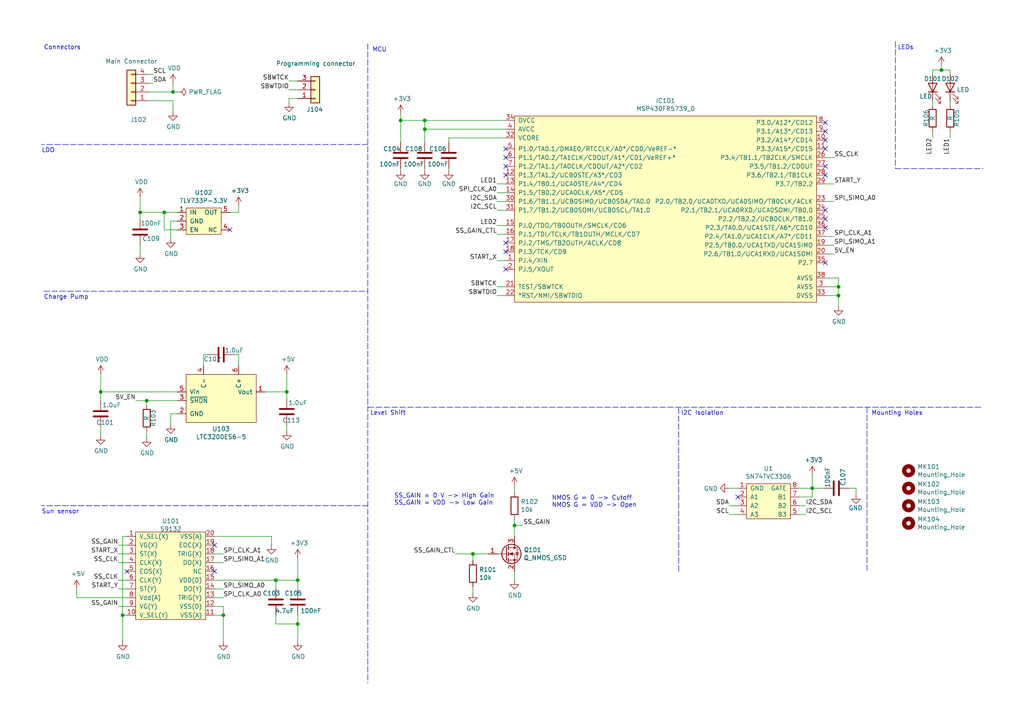
<source format=kicad_sch>
(kicad_sch (version 20231120) (generator "eeschema") (generator_version "8.0")
  (paper "A4")
  (title_block (title "Foresail-1 Digital Sun Sensor") (date "2019-04-25") (rev "1.0") (company "Aalto-yliopisto") (comment 1 "Bruce Clayhills"))
  (lib_symbols
    (symbol "Connector_Generic:Conn_01x03" (pin_names (offset 1.016) hide)
      (property "Reference" "J" (at 0 5.08 0))
      (property "Value" "Conn_01x03" (at 0 -5.08 0))
      (symbol "Conn_01x03_1_1"
        (rectangle (start -1.27 -2.413) (end 0 -2.667) (stroke (width 0.1524)))
        (rectangle (start -1.27 0.127) (end 0 -0.127) (stroke (width 0.1524)))
        (rectangle (start -1.27 2.667) (end 0 2.413) (stroke (width 0.1524)))
        (rectangle (start -1.27 3.81) (end 1.27 -3.81) (stroke (width 0.254)) (fill (type background)))
        (pin passive line (at -5.08 2.54 0) (length 3.81) (name "Pin_1") (number "1"))
        (pin passive line (at -5.08 0 0) (length 3.81) (name "Pin_2") (number "2"))
        (pin passive line (at -5.08 -2.54 0) (length 3.81) (name "Pin_3") (number "3"))
      )
    )
    (symbol "Connector_Generic:Conn_01x04" (pin_names (offset 1.016) hide)
      (property "Reference" "J" (at 0 5.08 0))
      (property "Value" "Conn_01x04" (at 0 -7.62 0))
      (symbol "Conn_01x04_1_1"
        (rectangle (start -1.27 -4.953) (end 0 -5.207) (stroke (width 0.1524)))
        (rectangle (start -1.27 -2.413) (end 0 -2.667) (stroke (width 0.1524)))
        (rectangle (start -1.27 0.127) (end 0 -0.127) (stroke (width 0.1524)))
        (rectangle (start -1.27 2.667) (end 0 2.413) (stroke (width 0.1524)))
        (rectangle (start -1.27 3.81) (end 1.27 -6.35) (stroke (width 0.254)) (fill (type background)))
        (pin passive line (at -5.08 2.54 0) (length 3.81) (name "Pin_1") (number "1"))
        (pin passive line (at -5.08 0 0) (length 3.81) (name "Pin_2") (number "2"))
        (pin passive line (at -5.08 -2.54 0) (length 3.81) (name "Pin_3") (number "3"))
        (pin passive line (at -5.08 -5.08 0) (length 3.81) (name "Pin_4") (number "4"))
      )
    )
    (symbol "Device:C" (pin_numbers hide) (pin_names (offset 0.254))
      (property "Reference" "C" (at 0.635 2.54 0))
      (property "Value" "C" (at 0.635 -2.54 0))
      (symbol "C_0_1"
        (polyline (pts (xy -2.032 -0.762) (xy 2.032 -0.762)) (stroke (width 0.508)))
        (polyline (pts (xy -2.032 0.762) (xy 2.032 0.762)) (stroke (width 0.508)))
      )
      (symbol "C_1_1"
        (pin passive line (at 0 3.81 270) (length 2.794) (name "~") (number "1"))
        (pin passive line (at 0 -3.81 90) (length 2.794) (name "~") (number "2"))
      )
    )
    (symbol "Device:LED" (pin_numbers hide) (pin_names (offset 1.016) hide)
      (property "Reference" "D" (at 0 2.54 0))
      (property "Value" "LED" (at 0 -2.54 0))
      (symbol "LED_0_1"
        (polyline (pts (xy -1.27 -1.27) (xy -1.27 1.27)) (stroke (width 0.254)))
        (polyline (pts (xy -1.27 0) (xy 1.27 0)))
        (polyline (pts (xy 1.27 -1.27) (xy 1.27 1.27) (xy -1.27 0) (xy 1.27 -1.27)) (stroke (width 0.254)))
        (polyline (pts (xy -3.048 -0.762) (xy -4.572 -2.286) (xy -3.81 -2.286) (xy -4.572 -2.286) (xy -4.572 -1.524)))
        (polyline (pts (xy -1.778 -0.762) (xy -3.302 -2.286) (xy -2.54 -2.286) (xy -3.302 -2.286) (xy -3.302 -1.524)))
      )
      (symbol "LED_1_1"
        (pin passive line (at -3.81 0 0) (length 2.54) (name "K") (number "1"))
        (pin passive line (at 3.81 0 180) (length 2.54) (name "A") (number "2"))
      )
    )
    (symbol "Device:Q_NMOS_GSD" (pin_names (offset 0) hide)
      (property "Reference" "Q" (at 5.08 1.27 0))
      (property "Value" "Q_NMOS_GSD" (at 5.08 -1.27 0))
      (symbol "Q_NMOS_GSD_0_1"
        (polyline (pts (xy 0.254 0) (xy -2.54 0)))
        (polyline (pts (xy 0.254 1.905) (xy 0.254 -1.905)) (stroke (width 0.254)))
        (polyline (pts (xy 0.762 -1.27) (xy 0.762 -2.286)) (stroke (width 0.254)))
        (polyline (pts (xy 0.762 0.508) (xy 0.762 -0.508)) (stroke (width 0.254)))
        (polyline (pts (xy 0.762 2.286) (xy 0.762 1.27)) (stroke (width 0.254)))
        (polyline (pts (xy 2.54 2.54) (xy 2.54 1.778)))
        (polyline (pts (xy 2.54 -2.54) (xy 2.54 0) (xy 0.762 0)))
        (polyline (pts (xy 0.762 -1.778) (xy 3.302 -1.778) (xy 3.302 1.778) (xy 0.762 1.778)))
        (polyline (pts (xy 1.016 0) (xy 2.032 0.381) (xy 2.032 -0.381) (xy 1.016 0)) (fill (type outline)))
        (polyline (pts (xy 2.794 0.508) (xy 2.921 0.381) (xy 3.683 0.381) (xy 3.81 0.254)))
        (polyline (pts (xy 3.302 0.381) (xy 2.921 -0.254) (xy 3.683 -0.254) (xy 3.302 0.381)))
        (circle (center 1.651 0) (radius 2.794) (stroke (width 0.254)))
        (circle (center 2.54 -1.778) (radius 0.254) (fill (type outline)))
        (circle (center 2.54 1.778) (radius 0.254) (fill (type outline)))
      )
      (symbol "Q_NMOS_GSD_1_1"
        (pin input line (at -5.08 0 0) (length 2.54) (name "G") (number "1"))
        (pin passive line (at 2.54 -5.08 90) (length 2.54) (name "S") (number "2"))
        (pin passive line (at 2.54 5.08 270) (length 2.54) (name "D") (number "3"))
      )
    )
    (symbol "Device:R" (pin_numbers hide) (pin_names (offset 0))
      (property "Reference" "R" (at 2.032 0 90))
      (property "Value" "R" (at 0 0 90))
      (symbol "R_0_1"
        (rectangle (start -1.016 -2.54) (end 1.016 2.54) (stroke (width 0.254)))
      )
      (symbol "R_1_1"
        (pin passive line (at 0 3.81 270) (length 1.27) (name "~") (number "1"))
        (pin passive line (at 0 -3.81 90) (length 1.27) (name "~") (number "2"))
      )
    )
    (symbol "Mechanical:MountingHole" (pin_names (offset 1.016)) (exclude_from_sim yes) (in_bom no)
      (property "Reference" "H" (at 0 5.08 0))
      (property "Value" "MountingHole" (at 0 3.175 0))
      (symbol "MountingHole_0_1"
        (circle (center 0 0) (radius 1.27) (stroke (width 1.27)))
      )
    )
    (symbol "S9132-dev-rescue:+3V3-power" (power) (pin_names (offset 0))
      (property "Value" "power_+3V3" (at 0 3.556 0))
      (symbol "+3V3-power_0_1"
        (polyline (pts (xy -0.762 1.27) (xy 0 2.54)))
        (polyline (pts (xy 0 0) (xy 0 2.54)))
        (polyline (pts (xy 0 2.54) (xy 0.762 1.27)))
      )
      (symbol "+3V3-power_1_1"
        (pin power_in line (at 0 0 90) (length 0) hide (name "+3V3") (number "1"))
      )
    )
    (symbol "S9132-dev-rescue:+5V-power" (power) (pin_names (offset 0))
      (property "Value" "power_+5V" (at 0 3.556 0))
      (symbol "+5V-power_0_1"
        (polyline (pts (xy -0.762 1.27) (xy 0 2.54)))
        (polyline (pts (xy 0 0) (xy 0 2.54)))
        (polyline (pts (xy 0 2.54) (xy 0.762 1.27)))
      )
      (symbol "+5V-power_1_1"
        (pin power_in line (at 0 0 90) (length 0) hide (name "+5V") (number "1"))
      )
    )
    (symbol "S9132-dev-rescue:GND-power" (power) (pin_names (offset 0))
      (property "Value" "power_GND" (at 0 -3.81 0))
      (symbol "GND-power_0_1"
        (polyline (pts (xy 0 0) (xy 0 -1.27) (xy 1.27 -1.27) (xy 0 -2.54) (xy -1.27 -1.27) (xy 0 -1.27)))
      )
      (symbol "GND-power_1_1"
        (pin power_in line (at 0 0 270) (length 0) hide (name "GND") (number "1"))
      )
    )
    (symbol "S9132-dev-rescue:LTC3200ES6-5-dss_lib" (pin_names (offset 1.016))
      (property "Reference" "U" (at 7.62 -11.43 0))
      (property "Value" "dss_lib_LTC3200ES6-5" (at 1.27 22.86 0))
      (symbol "LTC3200ES6-5-dss_lib_0_1"
        (rectangle (start -10.16 10.16) (end 10.16 -3.81) (fill (type background)))
      )
      (symbol "LTC3200ES6-5-dss_lib_1_1"
        (pin power_out line (at 12.7 5.08 180) (length 2.54) (name "Vout") (number "1"))
        (pin power_out line (at -12.7 -1.27 0) (length 2.54) (name "GND") (number "2"))
        (pin input line (at -12.7 2.54 0) (length 2.54) (name "~{SHDN}") (number "3"))
        (pin bidirectional line (at -5.08 12.7 270) (length 2.54) (name "C-") (number "4"))
        (pin power_in line (at -12.7 5.08 0) (length 2.54) (name "Vin") (number "5"))
        (pin bidirectional line (at 5.08 12.7 270) (length 2.54) (name "C+") (number "6"))
      )
    )
    (symbol "S9132-dev-rescue:MSP430FR5739_0-dss_lib" (pin_names (offset 1.016))
      (property "Reference" "IC" (at 43.18 -28.575 0))
      (property "Value" "dss_lib_MSP430FR5739_0" (at 0 27.94 0))
      (symbol "MSP430FR5739_0-dss_lib_0_1"
        (rectangle (start -43.815 26.67) (end 43.815 -27.305) (fill (type background)))
      )
      (symbol "MSP430FR5739_0-dss_lib_1_1"
        (pin bidirectional line (at -46.355 -15.24 0) (length 2.54) (name "PJ.4/XIN") (number "1"))
        (pin bidirectional line (at 46.355 19.685 180) (length 2.54) (name "P3.2/A14*/CD14") (number "10"))
        (pin bidirectional line (at 46.355 17.145 180) (length 2.54) (name "P3.3/A15*/CD15") (number "11"))
        (pin bidirectional line (at -46.355 9.525 0) (length 2.54) (name "P1.3/TA1.2/UCB0STE/A3*/CD3") (number "12"))
        (pin bidirectional line (at -46.355 6.985 0) (length 2.54) (name "P1.4/TB0.1/UCA0STE/A4*/CD4") (number "13"))
        (pin bidirectional line (at -46.355 4.445 0) (length 2.54) (name "P1.5/TB0.2/UCA0CLK/A5*/CD5") (number "14"))
        (pin bidirectional line (at -46.355 -5.08 0) (length 2.54) (name "PJ.0/TDO/TB0OUTH/SMCLK/CD6") (number "15"))
        (pin bidirectional line (at -46.355 -7.62 0) (length 2.54) (name "PJ.1/TDI/TCLK/TB1OUTH/MCLK/CD7") (number "16"))
        (pin bidirectional line (at -46.355 -10.16 0) (length 2.54) (name "PJ.2/TMS/TB2OUTH/ACLK/CD8") (number "17"))
        (pin bidirectional line (at -46.355 -12.7 0) (length 2.54) (name "PJ.3/TCK/CD9") (number "18"))
        (pin bidirectional line (at 46.355 -10.795 180) (length 2.54) (name "P2.5/TB0.0/UCA1TXD/UCA1SIMO") (number "19"))
        (pin bidirectional line (at -46.355 -17.78 0) (length 2.54) (name "PJ.5/XOUT") (number "2"))
        (pin bidirectional line (at 46.355 -13.335 180) (length 2.54) (name "P2.6/TB1.0/UCA1RXD/UCA1SOMI") (number "20"))
        (pin bidirectional line (at -46.355 -22.86 0) (length 2.54) (name "TEST/SBWTCK") (number "21"))
        (pin bidirectional line (at -46.355 -25.4 0) (length 2.54) (name "*RST/NMI/SBWTDIO") (number "22"))
        (pin bidirectional line (at 46.355 1.905 180) (length 2.54) (name "P2.0/TB2.0/UCA0TXD/UCA0SIMO/TB0CLK/ACLK") (number "23"))
        (pin bidirectional line (at 46.355 -0.635 180) (length 2.54) (name "P2.1/TB2.1/UCA0RXD/UCA0SOMI/TB0.0") (number "24"))
        (pin bidirectional line (at 46.355 -3.175 180) (length 2.54) (name "P2.2/TB2.2/UCB0CLK/TB1.0") (number "25"))
        (pin bidirectional line (at 46.355 14.605 180) (length 2.54) (name "P3.4/TB1.1/TB2CLK/SMCLK") (number "26"))
        (pin bidirectional line (at 46.355 12.065 180) (length 2.54) (name "P3.5/TB1.2/CDOUT") (number "27"))
        (pin bidirectional line (at 46.355 9.525 180) (length 2.54) (name "P3.6/TB2.1/TB1CLK") (number "28"))
        (pin bidirectional line (at 46.355 6.985 180) (length 2.54) (name "P3.7/TB2.2") (number "29"))
        (pin power_in line (at 46.355 -22.86 180) (length 2.54) (name "AVSS") (number "3"))
        (pin bidirectional line (at -46.355 1.905 0) (length 2.54) (name "P1.6/TB1.1/UCB0SIMO/UCB0SDA/TA0.0") (number "30"))
        (pin bidirectional line (at -46.355 -0.635 0) (length 2.54) (name "P1.7/TB1.2/UCB0SOMI/UCB0SCL/TA1.0") (number "31"))
        (pin power_out line (at -46.355 20.32 0) (length 2.54) (name "VCORE") (number "32"))
        (pin power_in line (at 46.355 -25.4 180) (length 2.54) (name "DVSS") (number "33"))
        (pin power_in line (at -46.355 25.4 0) (length 2.54) (name "DVCC") (number "34"))
        (pin bidirectional line (at 46.355 -15.875 180) (length 2.54) (name "P2.7") (number "35"))
        (pin bidirectional line (at 46.355 -5.715 180) (length 2.54) (name "P2.3/TA0.0/UCA1STE/A6*/CD10") (number "36"))
        (pin bidirectional line (at 46.355 -8.255 180) (length 2.54) (name "P2.4/TA1.0/UCA1CLK/A7*/CD11") (number "37"))
        (pin power_in line (at 46.355 -20.32 180) (length 2.54) (name "AVSS") (number "38"))
        (pin power_in line (at -46.355 22.86 0) (length 2.54) (name "AVCC") (number "4"))
        (pin bidirectional line (at -46.355 17.145 0) (length 2.54) (name "P1.0/TA0.1/DMAE0/RTCCLK/A0*/CD0/VeREF-*") (number "5"))
        (pin bidirectional line (at -46.355 14.605 0) (length 2.54) (name "P1.1/TA0.2/TA1CLK/CDOUT/A1*/CD1/VeREF+*") (number "6"))
        (pin bidirectional line (at -46.355 12.065 0) (length 2.54) (name "P1.2/TA1.1/TA0CLK/CDOUT/A2*/CD2") (number "7"))
        (pin bidirectional line (at 46.355 24.765 180) (length 2.54) (name "P3.0/A12*/CD12") (number "8"))
        (pin bidirectional line (at 46.355 22.225 180) (length 2.54) (name "P3.1/A13*/CD13") (number "9"))
      )
    )
    (symbol "S9132-dev-rescue:PWR_FLAG-power" (power) (pin_numbers hide) (pin_names (offset 0) hide)
      (property "Value" "power_PWR_FLAG" (at 0 3.81 0))
      (symbol "PWR_FLAG-power_0_0"
        (pin power_out line (at 0 0 90) (length 0) (name "pwr") (number "1"))
      )
      (symbol "PWR_FLAG-power_0_1"
        (polyline (pts (xy 0 0) (xy 0 1.27) (xy -1.016 1.905) (xy 0 2.54) (xy 1.016 1.905) (xy 0 1.27)))
      )
    )
    (symbol "S9132-dev-rescue:S9132-dss_lib" (pin_names (offset 1.016))
      (property "Reference" "U" (at 8.89 -13.97 0))
      (property "Value" "dss_lib_S9132" (at 0 13.97 0))
      (symbol "S9132-dss_lib_1_1"
        (rectangle (start -10.16 12.7) (end 10.16 -12.7) (fill (type background)))
        (pin input line (at -12.7 11.43 0) (length 2.54) (name "V_SEL(X)") (number "1"))
        (pin input line (at -12.7 -11.43 0) (length 2.54) (name "V_SEL(Y)") (number "10"))
        (pin input line (at 12.7 -11.43 180) (length 2.54) (name "VSS(A)") (number "11"))
        (pin input line (at 12.7 -8.89 180) (length 2.54) (name "VSS(D)") (number "12"))
        (pin input line (at 12.7 -6.35 180) (length 2.54) (name "TRIG(Y)") (number "13"))
        (pin input line (at 12.7 -3.81 180) (length 2.54) (name "DO(Y)") (number "14"))
        (pin input line (at 12.7 -1.27 180) (length 2.54) (name "VDD(D)") (number "15"))
        (pin input line (at 12.7 1.27 180) (length 2.54) (name "NC") (number "16"))
        (pin input line (at 12.7 3.81 180) (length 2.54) (name "DO(X)") (number "17"))
        (pin input line (at 12.7 6.35 180) (length 2.54) (name "TRIG(X)") (number "18"))
        (pin input line (at 12.7 8.89 180) (length 2.54) (name "EOC(X)") (number "19"))
        (pin input line (at -12.7 8.89 0) (length 2.54) (name "VG(X)") (number "2"))
        (pin input line (at 12.7 11.43 180) (length 2.54) (name "VSS(A)") (number "20"))
        (pin input line (at -12.7 6.35 0) (length 2.54) (name "ST(X)") (number "3"))
        (pin input line (at -12.7 3.81 0) (length 2.54) (name "CLK(X)") (number "4"))
        (pin input line (at -12.7 1.27 0) (length 2.54) (name "EOS(X)") (number "5"))
        (pin input line (at -12.7 -1.27 0) (length 2.54) (name "CLK(Y)") (number "6"))
        (pin input line (at -12.7 -3.81 0) (length 2.54) (name "ST(Y)") (number "7"))
        (pin input line (at -12.7 -6.35 0) (length 2.54) (name "Vdd(A)") (number "8"))
        (pin input line (at -12.7 -8.89 0) (length 2.54) (name "VG(Y)") (number "9"))
      )
    )
    (symbol "S9132-dev-rescue:SN74TVC3306-dss_lib" (pin_names (offset 1.016))
      (property "Reference" "U" (at 5.08 -3.81 0))
      (property "Value" "dss_lib_SN74TVC3306" (at 0 8.89 0))
      (symbol "SN74TVC3306-dss_lib_0_1"
        (rectangle (start -6.35 7.62) (end 6.35 -2.54) (fill (type background)))
      )
      (symbol "SN74TVC3306-dss_lib_1_1"
        (pin input line (at -8.89 6.35 0) (length 2.54) (name "GND") (number "1"))
        (pin input line (at -8.89 3.81 0) (length 2.54) (name "A1") (number "2"))
        (pin input line (at -8.89 1.27 0) (length 2.54) (name "A2") (number "3"))
        (pin input line (at -8.89 -1.27 0) (length 2.54) (name "A3") (number "4"))
        (pin input line (at 8.89 -1.27 180) (length 2.54) (name "B3") (number "5"))
        (pin input line (at 8.89 1.27 180) (length 2.54) (name "B2") (number "6"))
        (pin input line (at 8.89 3.81 180) (length 2.54) (name "B1") (number "7"))
        (pin input line (at 8.89 6.35 180) (length 2.54) (name "GATE") (number "8"))
      )
    )
    (symbol "S9132-dev-rescue:TLV33P-3.3V-dss_lib" (pin_names (offset 1.016))
      (property "Reference" "U" (at 5.08 -5.08 0))
      (property "Value" "dss_lib_TLV33P-3.3V" (at 0 5.08 0))
      (symbol "TLV33P-3.3V-dss_lib_0_1"
        (rectangle (start -5.08 3.81) (end 5.08 -3.81) (fill (type background)))
      )
      (symbol "TLV33P-3.3V-dss_lib_1_1"
        (pin power_in line (at -7.62 2.54 0) (length 2.54) (name "IN") (number "1"))
        (pin power_in line (at -7.62 0 0) (length 2.54) (name "GND") (number "2"))
        (pin input line (at -7.62 -2.54 0) (length 2.54) (name "EN") (number "3"))
        (pin input line (at 7.62 -2.54 180) (length 2.54) (name "NC") (number "4"))
        (pin power_out line (at 7.62 2.54 180) (length 2.54) (name "OUT") (number "5"))
      )
    )
    (symbol "S9132-dev-rescue:VDD-power" (power) (pin_names (offset 0))
      (property "Value" "power_VDD" (at 0 3.81 0))
      (symbol "VDD-power_0_1"
        (polyline (pts (xy -0.762 1.27) (xy 0 2.54)))
        (polyline (pts (xy 0 0) (xy 0 2.54)))
        (polyline (pts (xy 0 2.54) (xy 0.762 1.27)))
      )
      (symbol "VDD-power_1_1"
        (pin power_in line (at 0 0 90) (length 0) hide (name "VDD") (number "1"))
      )
    )
  )
  (junction (at 243.205 85.725))
  (junction (at 80.01 168.275))
  (junction (at 149.225 152.4))
  (junction (at 116.205 34.925))
  (junction (at 137.16 160.655))
  (junction (at 123.19 37.465))
  (junction (at 40.64 61.595))
  (junction (at 86.36 168.275))
  (junction (at 50.165 26.67))
  (junction (at 35.56 178.435))
  (junction (at 47.625 61.595))
  (junction (at 42.545 116.205))
  (junction (at 235.585 141.605))
  (junction (at 273.05 20.32))
  (junction (at 29.21 113.665))
  (junction (at 83.185 113.665))
  (junction (at 64.77 178.435))
  (junction (at 243.205 83.185))
  (junction (at 123.19 34.925))
  (junction (at 86.36 180.975))
  (no_connect (at 239.395 76.2))
  (no_connect (at 239.395 38.1))
  (no_connect (at 239.395 63.5))
  (no_connect (at 213.995 144.145))
  (no_connect (at 146.685 43.18))
  (no_connect (at 239.395 40.64))
  (no_connect (at 146.685 50.8))
  (no_connect (at 239.395 50.8))
  (no_connect (at 239.395 66.04))
  (no_connect (at 62.23 158.115))
  (no_connect (at 239.395 43.18))
  (no_connect (at 66.675 66.675))
  (no_connect (at 146.685 48.26))
  (no_connect (at 146.685 70.485))
  (no_connect (at 36.83 165.735))
  (no_connect (at 239.395 48.26))
  (no_connect (at 146.685 45.72))
  (no_connect (at 239.395 35.56))
  (no_connect (at 146.685 78.105))
  (no_connect (at 146.685 73.025))
  (no_connect (at 239.395 60.96))
  (no_connect (at 62.23 165.735))
  (wire (pts (xy 86.36 23.495) (xy 83.82 23.495)))
  (wire (pts (xy 149.225 165.735) (xy 149.225 168.275)))
  (wire (pts (xy 66.675 61.595) (xy 69.215 61.595)))
  (wire (pts (xy 76.835 113.665) (xy 83.185 113.665)))
  (polyline (pts (xy 106.68 146.685) (xy 12.065 146.685)) (stroke (width 0) (type dash)))
  (wire (pts (xy 239.395 45.72) (xy 241.935 45.72)))
  (wire (pts (xy 35.56 178.435) (xy 35.56 186.055)))
  (wire (pts (xy 275.59 29.21) (xy 275.59 30.48)))
  (wire (pts (xy 116.205 41.275) (xy 116.205 34.925)))
  (wire (pts (xy 69.215 106.045) (xy 69.215 102.87)))
  (wire (pts (xy 80.01 170.815) (xy 80.01 168.275)))
  (wire (pts (xy 62.23 175.895) (xy 64.77 175.895)))
  (wire (pts (xy 116.205 33.02) (xy 116.205 34.925)))
  (wire (pts (xy 243.205 85.725) (xy 243.205 88.9)))
  (wire (pts (xy 239.395 80.645) (xy 243.205 80.645)))
  (wire (pts (xy 239.395 83.185) (xy 243.205 83.185)))
  (polyline (pts (xy 251.46 118.11) (xy 251.46 165.735)) (stroke (width 0) (type dash)))
  (wire (pts (xy 22.225 173.355) (xy 22.225 170.815)))
  (wire (pts (xy 29.21 116.205) (xy 29.21 113.665)))
  (wire (pts (xy 270.51 38.1) (xy 270.51 40.005)))
  (wire (pts (xy 64.77 175.895) (xy 64.77 178.435)))
  (wire (pts (xy 130.175 40.005) (xy 146.685 40.005)))
  (wire (pts (xy 35.56 155.575) (xy 35.56 178.435)))
  (wire (pts (xy 246.38 141.605) (xy 248.285 141.605)))
  (wire (pts (xy 64.77 178.435) (xy 64.77 186.055)))
  (wire (pts (xy 239.395 53.34) (xy 241.935 53.34)))
  (wire (pts (xy 43.18 26.67) (xy 50.165 26.67)))
  (wire (pts (xy 146.685 55.88) (xy 144.145 55.88)))
  (wire (pts (xy 51.435 61.595) (xy 47.625 61.595)))
  (wire (pts (xy 62.23 168.275) (xy 80.01 168.275)))
  (wire (pts (xy 137.16 170.18) (xy 137.16 172.085)))
  (wire (pts (xy 86.36 28.575) (xy 83.82 28.575)))
  (wire (pts (xy 233.68 149.225) (xy 231.775 149.225)))
  (wire (pts (xy 40.64 73.66) (xy 40.64 71.12)))
  (wire (pts (xy 248.285 141.605) (xy 248.285 143.51)))
  (wire (pts (xy 130.175 48.895) (xy 130.175 49.53)))
  (wire (pts (xy 149.225 155.575) (xy 149.225 152.4)))
  (wire (pts (xy 270.51 29.21) (xy 270.51 30.48)))
  (wire (pts (xy 59.055 106.045) (xy 59.055 102.87)))
  (wire (pts (xy 146.685 85.725) (xy 144.145 85.725)))
  (wire (pts (xy 51.435 120.015) (xy 49.53 120.015)))
  (wire (pts (xy 64.77 160.655) (xy 62.23 160.655)))
  (wire (pts (xy 213.995 146.685) (xy 211.455 146.685)))
  (wire (pts (xy 62.23 178.435) (xy 64.77 178.435)))
  (wire (pts (xy 80.01 180.975) (xy 86.36 180.975)))
  (wire (pts (xy 116.205 48.895) (xy 116.205 49.53)))
  (wire (pts (xy 43.18 21.59) (xy 44.45 21.59)))
  (wire (pts (xy 235.585 144.145) (xy 235.585 141.605)))
  (wire (pts (xy 273.05 20.32) (xy 275.59 20.32)))
  (wire (pts (xy 116.205 34.925) (xy 123.19 34.925)))
  (wire (pts (xy 146.685 60.96) (xy 144.145 60.96)))
  (wire (pts (xy 43.18 29.21) (xy 50.165 29.21)))
  (polyline (pts (xy 284.48 118.11) (xy 106.68 118.11)) (stroke (width 0) (type dash)))
  (wire (pts (xy 149.225 140.97) (xy 149.225 142.875)))
  (wire (pts (xy 238.76 141.605) (xy 235.585 141.605)))
  (wire (pts (xy 80.01 178.435) (xy 80.01 180.975)))
  (wire (pts (xy 83.185 113.665) (xy 83.185 108.585)))
  (wire (pts (xy 239.395 85.725) (xy 243.205 85.725)))
  (wire (pts (xy 69.215 61.595) (xy 69.215 59.69)))
  (wire (pts (xy 146.685 58.42) (xy 144.145 58.42)))
  (wire (pts (xy 275.59 21.59) (xy 275.59 20.32)))
  (wire (pts (xy 34.29 170.815) (xy 36.83 170.815)))
  (wire (pts (xy 43.18 24.13) (xy 44.45 24.13)))
  (wire (pts (xy 29.21 113.665) (xy 29.21 108.585)))
  (polyline (pts (xy 106.68 12.7) (xy 106.68 198.12)) (stroke (width 0) (type dash)))
  (wire (pts (xy 51.435 26.67) (xy 50.165 26.67)))
  (wire (pts (xy 40.64 61.595) (xy 40.64 57.15)))
  (wire (pts (xy 42.545 116.205) (xy 39.37 116.205)))
  (wire (pts (xy 83.82 28.575) (xy 83.82 29.845)))
  (wire (pts (xy 149.225 152.4) (xy 149.225 150.495)))
  (wire (pts (xy 270.51 20.32) (xy 273.05 20.32)))
  (wire (pts (xy 123.19 37.465) (xy 123.19 34.925)))
  (wire (pts (xy 42.545 116.205) (xy 51.435 116.205)))
  (wire (pts (xy 50.165 26.67) (xy 50.165 24.13)))
  (wire (pts (xy 235.585 141.605) (xy 235.585 137.795)))
  (wire (pts (xy 29.21 123.825) (xy 29.21 126.365)))
  (wire (pts (xy 47.625 66.675) (xy 47.625 61.595)))
  (wire (pts (xy 59.055 102.87) (xy 60.325 102.87)))
  (wire (pts (xy 273.05 20.32) (xy 273.05 19.05)))
  (wire (pts (xy 50.165 29.21) (xy 50.165 32.385)))
  (wire (pts (xy 239.395 71.12) (xy 241.935 71.12)))
  (wire (pts (xy 62.23 170.815) (xy 64.77 170.815)))
  (wire (pts (xy 86.36 168.275) (xy 86.36 161.925)))
  (wire (pts (xy 49.53 64.135) (xy 49.53 69.215)))
  (wire (pts (xy 144.145 67.945) (xy 146.685 67.945)))
  (wire (pts (xy 149.225 152.4) (xy 151.765 152.4)))
  (wire (pts (xy 130.175 41.275) (xy 130.175 40.005)))
  (wire (pts (xy 213.995 149.225) (xy 211.455 149.225)))
  (wire (pts (xy 36.83 160.655) (xy 34.29 160.655)))
  (wire (pts (xy 36.83 175.895) (xy 34.29 175.895)))
  (wire (pts (xy 146.685 83.185) (xy 144.145 83.185)))
  (wire (pts (xy 123.19 34.925) (xy 146.685 34.925)))
  (wire (pts (xy 80.01 168.275) (xy 86.36 168.275)))
  (wire (pts (xy 22.225 173.355) (xy 36.83 173.355)))
  (wire (pts (xy 78.74 155.575) (xy 78.74 158.115)))
  (wire (pts (xy 239.395 68.58) (xy 241.935 68.58)))
  (wire (pts (xy 275.59 40.005) (xy 275.59 38.1)))
  (wire (pts (xy 270.51 20.32) (xy 270.51 21.59)))
  (wire (pts (xy 144.145 65.405) (xy 146.685 65.405)))
  (polyline (pts (xy 259.715 48.895) (xy 285.115 48.895)) (stroke (width 0) (type dash)))
  (wire (pts (xy 62.23 163.195) (xy 64.77 163.195)))
  (wire (pts (xy 123.19 48.895) (xy 123.19 49.53)))
  (wire (pts (xy 47.625 61.595) (xy 40.64 61.595)))
  (wire (pts (xy 64.77 173.355) (xy 62.23 173.355)))
  (wire (pts (xy 36.83 158.115) (xy 34.29 158.115)))
  (wire (pts (xy 69.215 102.87) (xy 67.945 102.87)))
  (wire (pts (xy 51.435 64.135) (xy 49.53 64.135)))
  (wire (pts (xy 146.685 75.565) (xy 144.145 75.565)))
  (wire (pts (xy 86.36 180.975) (xy 86.36 178.435)))
  (polyline (pts (xy 196.85 165.735) (xy 196.85 118.11)) (stroke (width 0) (type dash)))
  (wire (pts (xy 51.435 66.675) (xy 47.625 66.675)))
  (polyline (pts (xy 259.715 12.065) (xy 259.715 48.895)) (stroke (width 0) (type dash)))
  (polyline (pts (xy 12.7 84.455) (xy 106.68 84.455)) (stroke (width 0) (type dash)))
  (wire (pts (xy 62.23 155.575) (xy 78.74 155.575)))
  (wire (pts (xy 49.53 120.015) (xy 49.53 123.19)))
  (wire (pts (xy 36.83 178.435) (xy 35.56 178.435)))
  (wire (pts (xy 146.685 53.34) (xy 144.145 53.34)))
  (wire (pts (xy 132.08 160.655) (xy 137.16 160.655)))
  (wire (pts (xy 35.56 155.575) (xy 36.83 155.575)))
  (wire (pts (xy 243.205 80.645) (xy 243.205 83.185)))
  (wire (pts (xy 213.995 141.605) (xy 211.455 141.605)))
  (wire (pts (xy 42.545 117.475) (xy 42.545 116.205)))
  (wire (pts (xy 86.36 180.975) (xy 86.36 186.055)))
  (wire (pts (xy 86.36 26.035) (xy 83.82 26.035)))
  (wire (pts (xy 146.685 37.465) (xy 123.19 37.465)))
  (wire (pts (xy 137.16 160.655) (xy 141.605 160.655)))
  (wire (pts (xy 42.545 125.095) (xy 42.545 127)))
  (wire (pts (xy 239.395 73.66) (xy 241.935 73.66)))
  (wire (pts (xy 233.68 146.685) (xy 231.775 146.685)))
  (wire (pts (xy 239.395 58.42) (xy 241.935 58.42)))
  (polyline (pts (xy 106.68 41.91) (xy 12.065 41.91)) (stroke (width 0) (type dash)))
  (wire (pts (xy 231.775 141.605) (xy 235.585 141.605)))
  (wire (pts (xy 83.185 115.57) (xy 83.185 113.665)))
  (wire (pts (xy 51.435 113.665) (xy 29.21 113.665)))
  (wire (pts (xy 137.16 162.56) (xy 137.16 160.655)))
  (wire (pts (xy 243.205 83.185) (xy 243.205 85.725)))
  (wire (pts (xy 86.36 170.815) (xy 86.36 168.275)))
  (wire (pts (xy 40.64 63.5) (xy 40.64 61.595)))
  (wire (pts (xy 231.775 144.145) (xy 235.585 144.145)))
  (wire (pts (xy 36.83 163.195) (xy 34.29 163.195)))
  (wire (pts (xy 123.19 37.465) (xy 123.19 41.275)))
  (wire (pts (xy 83.185 123.19) (xy 83.185 125.095)))
  (wire (pts (xy 36.83 168.275) (xy 34.29 168.275)))
  (text "LDO" (at 12.065 44.45 0) (effects (font (size 1.27 1.27)) (justify left bottom)))
  (text "Mounting Holes" (at 252.73 120.65 0) (effects (font (size 1.27 1.27)) (justify left bottom)))
  (text "SS_GAIN = 0 V -> High Gain\nSS_GAIN = VDD -> Low Gain" (at 114.3 146.685 0) (effects (font (size 1.27 1.27)) (justify left bottom)))
  (text "Charge Pump" (at 12.7 86.995 0) (effects (font (size 1.27 1.27)) (justify left bottom)))
  (text "Sun sensor" (at 12.065 149.225 0) (effects (font (size 1.27 1.27)) (justify left bottom)))
  (text "NMOS G = 0 -> Cutoff\nNMOS G = VDD -> Open" (at 160.02 147.32 0) (effects (font (size 1.27 1.27)) (justify left bottom)))
  (text "Connectors" (at 12.7 14.605 0) (effects (font (size 1.27 1.27)) (justify left bottom)))
  (text "Level Shift" (at 107.315 120.65 0) (effects (font (size 1.27 1.27)) (justify left bottom)))
  (text "LEDs" (at 260.35 14.605 0) (effects (font (size 1.27 1.27)) (justify left bottom)))
  (text "MCU" (at 107.95 15.24 0) (effects (font (size 1.27 1.27)) (justify left bottom)))
  (text "I2C Isolation" (at 197.485 120.65 0) (effects (font (size 1.27 1.27)) (justify left bottom)))
  (label "START_X" (at 144.145 75.565 180))
  (label "SPI_CLK_A0" (at 144.145 55.88 180))
  (label "SS_GAIN_CTL" (at 132.08 160.655 180))
  (label "SS_CLK" (at 34.29 163.195 180))
  (label "I2C_SCL" (at 233.68 149.225 0))
  (label "SPI_CLK_A1" (at 241.935 68.58 0))
  (label "SPI_CLK_A0" (at 64.77 173.355 0))
  (label "SS_GAIN" (at 34.29 175.895 180))
  (label "SCL" (at 211.455 149.225 180))
  (label "SBWTCK" (at 83.82 23.495 180))
  (label "I2C_SDA" (at 144.145 58.42 180))
  (label "SPI_SIMO_A1" (at 64.77 163.195 0))
  (label "SDA" (at 211.455 146.685 180))
  (label "SPI_SIMO_A0" (at 241.935 58.42 0))
  (label "SBWTCK" (at 144.145 83.185 180))
  (label "SS_CLK" (at 34.29 168.275 180))
  (label "LED1" (at 144.145 53.34 180))
  (label "START_Y" (at 241.935 53.34 0))
  (label "SS_CLK" (at 241.935 45.72 0))
  (label "LED1" (at 275.59 40.005 270))
  (label "LED2" (at 270.51 40.005 270))
  (label "I2C_SCL" (at 144.145 60.96 180))
  (label "SPI_SIMO_A1" (at 241.935 71.12 0))
  (label "5V_EN" (at 39.37 116.205 180))
  (label "SCL" (at 44.45 21.59 0))
  (label "SDA" (at 44.45 24.13 0))
  (label "I2C_SDA" (at 233.68 146.685 0))
  (label "5V_EN" (at 241.935 73.66 0))
  (label "SS_GAIN" (at 34.29 158.115 180))
  (label "SPI_SIMO_A0" (at 64.77 170.815 0))
  (label "SBWTDIO" (at 83.82 26.035 180))
  (label "LED2" (at 144.145 65.405 180))
  (label "SBWTDIO" (at 144.145 85.725 180))
  (label "SS_GAIN_CTL" (at 144.145 67.945 180))
  (label "SPI_CLK_A1" (at 64.77 160.655 0))
  (label "START_Y" (at 34.29 170.815 180))
  (label "SS_GAIN" (at 151.765 152.4 0))
  (label "START_X" (at 34.29 160.655 180))
  (symbol (lib_id "S9132-dev-rescue:S9132-dss_lib") (at 49.53 167.005 0) (unit 1)
    (property "Reference" "U101" (at 49.53 151.13 0))
    (property "Value" "S9132" (at 49.53 153.4414 0))
    (property "Footprint" "sunsen:S9132" (effects (hide yes)))
    (property "Datasheet" "https://www.hamamatsu.com/resources/pdf/ssd/s9132_kmpd1075e.pdf" (effects (hide yes)))
  )
  (symbol (lib_id "Connector_Generic:Conn_01x03") (at 91.44 26.035 0) (mirror x) (unit 1)
    (property "Reference" "J104" (at 88.9 31.75 0) (effects (justify left)))
    (property "Value" "Programming connector" (at 80.01 18.415 0) (effects (justify left)))
    (property "Footprint" "Connector_PinHeader_1.27mm:PinHeader_1x03_P1.27mm_Horizontal" (effects (hide yes)))
  )
  (symbol (lib_id "Device:LED") (at 275.59 25.4 90) (unit 1)
    (property "Reference" "D102" (at 273.05 22.86 90) (effects (justify right)))
    (property "Value" "LED" (at 277.495 26.035 90) (effects (justify right)))
    (property "Footprint" "LED_SMD:LED_0603_1608Metric" (effects (hide yes)))
  )
  (symbol (lib_id "S9132-dev-rescue:+3V3-power") (at 273.05 19.05 0) (unit 1)
    (property "Reference" "#PWR0120" (effects (hide yes)))
    (property "Value" "+3V3" (at 273.431 14.6558 0))
  )
  (symbol (lib_id "Device:R") (at 275.59 34.29 180) (unit 1)
    (property "Reference" "R105" (at 277.495 34.29 90))
    (property "Value" "R" (at 275.59 34.29 90))
    (property "Footprint" "Resistor_SMD:R_0402_1005Metric" (effects (hide yes)))
  )
  (symbol (lib_id "Device:C") (at 123.19 45.085 180) (unit 1)
    (property "Reference" "C108" (at 120.015 43.18 0))
    (property "Value" "100nF" (at 120.015 47.625 0))
    (property "Footprint" "Capacitor_SMD:C_0402_1005Metric" (effects (hide yes)))
  )
  (symbol (lib_id "S9132-dev-rescue:GND-power") (at 123.19 49.53 0) (unit 1)
    (property "Reference" "#PWR0119" (effects (hide yes)))
    (property "Value" "GND" (at 123.19 53.34 0))
  )
  (symbol (lib_id "Device:R") (at 270.51 34.29 0) (unit 1)
    (property "Reference" "R106" (at 268.605 34.29 90))
    (property "Value" "R" (at 270.51 34.29 90))
    (property "Footprint" "Resistor_SMD:R_0402_1005Metric" (effects (hide yes)))
  )
  (symbol (lib_id "S9132-dev-rescue:+5V-power") (at 22.225 170.815 0) (unit 1)
    (property "Reference" "#PWR0102" (effects (hide yes)))
    (property "Value" "+5V" (at 22.606 166.4208 0))
  )
  (symbol (lib_id "Device:LED") (at 270.51 25.4 90) (unit 1)
    (property "Reference" "D101" (at 267.97 22.86 90) (effects (justify right)))
    (property "Value" "LED" (at 266.7 27.94 90) (effects (justify right)))
    (property "Footprint" "LED_SMD:LED_0603_1608Metric" (effects (hide yes)))
  )
  (symbol (lib_id "S9132-dev-rescue:GND-power") (at 78.74 158.115 0) (unit 1)
    (property "Reference" "#PWR0114" (effects (hide yes)))
    (property "Value" "GND" (at 78.867 162.5092 0))
  )
  (symbol (lib_id "Mechanical:MountingHole") (at 263.525 136.525 0) (unit 1)
    (property "Reference" "MK101" (at 266.065 135.3566 0) (effects (justify left)))
    (property "Value" "Mounting_Hole" (at 266.065 137.668 0) (effects (justify left)))
    (property "Footprint" "MountingHole:MountingHole_2.2mm_M2" (effects (hide yes)))
  )
  (symbol (lib_id "Mechanical:MountingHole") (at 263.525 141.605 0) (unit 1)
    (property "Reference" "MK102" (at 266.065 140.4366 0) (effects (justify left)))
    (property "Value" "Mounting_Hole" (at 266.065 142.748 0) (effects (justify left)))
    (property "Footprint" "MountingHole:MountingHole_2.2mm_M2" (effects (hide yes)))
  )
  (symbol (lib_id "Mechanical:MountingHole") (at 263.525 146.685 0) (unit 1)
    (property "Reference" "MK103" (at 266.065 145.5166 0) (effects (justify left)))
    (property "Value" "Mounting_Hole" (at 266.065 147.828 0) (effects (justify left)))
    (property "Footprint" "MountingHole:MountingHole_2.2mm_M2" (effects (hide yes)))
  )
  (symbol (lib_id "Mechanical:MountingHole") (at 263.525 151.765 0) (unit 1)
    (property "Reference" "MK104" (at 266.065 150.5966 0) (effects (justify left)))
    (property "Value" "Mounting_Hole" (at 266.065 152.908 0) (effects (justify left)))
    (property "Footprint" "MountingHole:MountingHole_2.2mm_M2" (effects (hide yes)))
  )
  (symbol (lib_id "Device:C") (at 80.01 174.625 180) (unit 1)
    (property "Reference" "C103" (at 78.74 172.085 0))
    (property "Value" "4.7uF" (at 82.55 177.165 0))
    (property "Footprint" "Capacitor_SMD:C_0603_1608Metric" (effects (hide yes)))
  )
  (symbol (lib_id "Device:C") (at 86.36 174.625 180) (unit 1)
    (property "Reference" "C105" (at 85.09 172.085 0))
    (property "Value" "100nF" (at 90.17 177.165 0))
    (property "Footprint" "Capacitor_SMD:C_0402_1005Metric" (effects (hide yes)))
  )
  (symbol (lib_id "S9132-dev-rescue:GND-power") (at 86.36 186.055 0) (unit 1)
    (property "Reference" "#PWR0118" (effects (hide yes)))
    (property "Value" "GND" (at 86.487 190.4492 0))
  )
  (symbol (lib_id "S9132-dev-rescue:+3V3-power") (at 86.36 161.925 0) (unit 1)
    (property "Reference" "#PWR0117" (effects (hide yes)))
    (property "Value" "+3V3" (at 86.741 157.5308 0))
  )
  (symbol (lib_id "S9132-dev-rescue:GND-power") (at 64.77 186.055 0) (unit 1)
    (property "Reference" "#PWR0113" (effects (hide yes)))
    (property "Value" "GND" (at 64.897 190.4492 0))
  )
  (symbol (lib_id "S9132-dev-rescue:+5V-power") (at 83.185 108.585 0) (unit 1)
    (property "Reference" "#PWR0107" (effects (hide yes)))
    (property "Value" "+5V" (at 83.566 104.1908 0))
  )
  (symbol (lib_id "S9132-dev-rescue:+3V3-power") (at 69.215 59.69 0) (unit 1)
    (property "Reference" "#PWR0111" (effects (hide yes)))
    (property "Value" "+3V3" (at 69.596 55.2958 0))
  )
  (symbol (lib_id "S9132-dev-rescue:TLV33P-3.3V-dss_lib") (at 59.055 64.135 0) (unit 1)
    (property "Reference" "U102" (at 59.055 55.88 0))
    (property "Value" "TLV733P-3.3V" (at 59.055 58.1914 0))
    (property "Footprint" "Package_TO_SOT_SMD:SOT-23-5" (effects (hide yes)))
  )
  (symbol (lib_id "S9132-dev-rescue:GND-power") (at 49.53 69.215 0) (unit 1)
    (property "Reference" "#PWR0126" (effects (hide yes)))
    (property "Value" "GND" (at 49.657 73.6092 0))
  )
  (symbol (lib_id "S9132-dev-rescue:GND-power") (at 35.56 186.055 0) (unit 1)
    (property "Reference" "#PWR0110" (effects (hide yes)))
    (property "Value" "GND" (at 35.687 190.4492 0))
  )
  (symbol (lib_id "Device:Q_NMOS_GSD") (at 146.685 160.655 0) (unit 1)
    (property "Reference" "Q101" (at 151.892 159.4866 0) (effects (justify left)))
    (property "Value" "Q_NMOS_GSD" (at 151.892 161.798 0) (effects (justify left)))
    (property "Footprint" "Package_TO_SOT_SMD:SOT-23" (effects (hide yes)))
  )
  (symbol (lib_id "Device:C") (at 83.185 119.38 0) (unit 1)
    (property "Reference" "C113" (at 84.455 121.92 0))
    (property "Value" "1.0uF" (at 86.36 116.84 0))
    (property "Footprint" "Capacitor_SMD:C_0603_1608Metric" (effects (hide yes)))
  )
  (symbol (lib_id "S9132-dev-rescue:GND-power") (at 83.185 125.095 0) (unit 1)
    (property "Reference" "#PWR0108" (effects (hide yes)))
    (property "Value" "GND" (at 83.312 129.4892 0))
  )
  (symbol (lib_id "Connector_Generic:Conn_01x04") (at 38.1 26.67 180) (unit 1)
    (property "Reference" "J102" (at 40.132 34.7218 0))
    (property "Value" "Main Connector" (at 38.1 17.78 0))
    (property "Footprint" "Connector_PinHeader_1.27mm:PinHeader_1x04_P1.27mm_Horizontal" (effects (hide yes)))
  )
  (symbol (lib_id "S9132-dev-rescue:GND-power") (at 50.165 32.385 0) (unit 1)
    (property "Reference" "#PWR0104" (effects (hide yes)))
    (property "Value" "GND" (at 50.292 36.7792 0))
  )
  (symbol (lib_id "S9132-dev-rescue:+5V-power") (at 149.225 140.97 0) (unit 1)
    (property "Reference" "#PWR0101" (effects (hide yes)))
    (property "Value" "+5V" (at 149.606 136.5758 0))
  )
  (symbol (lib_id "Device:R") (at 149.225 146.685 0) (unit 1)
    (property "Reference" "R102" (at 151.003 145.5166 0) (effects (justify left)))
    (property "Value" "10k" (at 151.003 147.828 0) (effects (justify left)))
    (property "Footprint" "Resistor_SMD:R_0402_1005Metric" (effects (hide yes)))
  )
  (symbol (lib_id "S9132-dev-rescue:GND-power") (at 149.225 168.275 0) (unit 1)
    (property "Reference" "#PWR0109" (effects (hide yes)))
    (property "Value" "GND" (at 149.352 172.6692 0))
  )
  (symbol (lib_id "Device:R") (at 137.16 166.37 0) (unit 1)
    (property "Reference" "R101" (at 138.938 165.2016 0) (effects (justify left)))
    (property "Value" "10k" (at 138.938 167.513 0) (effects (justify left)))
    (property "Footprint" "Resistor_SMD:R_0402_1005Metric" (effects (hide yes)))
  )
  (symbol (lib_id "S9132-dev-rescue:GND-power") (at 137.16 172.085 0) (unit 1)
    (property "Reference" "#PWR0112" (effects (hide yes)))
    (property "Value" "GND" (at 137.287 176.4792 0))
  )
  (symbol (lib_id "S9132-dev-rescue:SN74TVC3306-dss_lib") (at 222.885 147.955 0) (unit 1)
    (property "Reference" "U1" (at 222.885 135.89 0))
    (property "Value" "SN74TVC3306" (at 222.885 138.2014 0))
    (property "Footprint" "Package_SO:VSSOP-8_2.4x2.1mm_P0.5mm" (effects (hide yes)))
    (property "Datasheet" "https://www.ti.com/lit/ds/symlink/sn74tvc3306.pdf?ts=1634555556292&ref_url=https%253A%252F%252Fwww.google.com%252F" (effects (hide yes)))
  )
  (symbol (lib_id "S9132-dev-rescue:+3V3-power") (at 235.585 137.795 0) (unit 1)
    (property "Reference" "#PWR02" (effects (hide yes)))
    (property "Value" "+3V3" (at 235.966 133.4008 0))
  )
  (symbol (lib_id "S9132-dev-rescue:GND-power") (at 211.455 141.605 270) (unit 1)
    (property "Reference" "#PWR01" (effects (hide yes)))
    (property "Value" "GND" (at 208.2038 141.732 90) (effects (justify right)))
  )
  (symbol (lib_id "S9132-dev-rescue:LTC3200ES6-5-dss_lib") (at 64.135 118.745 0) (unit 1)
    (property "Reference" "U103" (at 64.135 124.4092 0))
    (property "Value" "LTC3200ES6-5" (at 64.135 126.7206 0))
    (property "Footprint" "Package_TO_SOT_SMD:SOT-23-6" (effects (hide yes)))
    (property "Datasheet" "https://www.mouser.fi/datasheet/2/609/32005f-1269814.pdf" (effects (hide yes)))
  )
  (symbol (lib_id "Device:C") (at 64.135 102.87 270) (unit 1)
    (property "Reference" "C102" (at 61.595 104.14 90))
    (property "Value" "1.0uF" (at 67.945 101.6 90))
    (property "Footprint" "Capacitor_SMD:C_0603_1608Metric" (effects (hide yes)))
  )
  (symbol (lib_id "S9132-dev-rescue:GND-power") (at 49.53 123.19 0) (unit 1)
    (property "Reference" "#PWR0122" (effects (hide yes)))
    (property "Value" "GND" (at 49.657 127.5842 0))
  )
  (symbol (lib_id "Device:R") (at 42.545 121.285 180) (unit 1)
    (property "Reference" "R103" (at 44.45 121.285 90))
    (property "Value" "R" (at 42.545 121.285 90))
    (property "Footprint" "Resistor_SMD:R_0402_1005Metric" (effects (hide yes)))
  )
  (symbol (lib_id "S9132-dev-rescue:GND-power") (at 42.545 127 0) (unit 1)
    (property "Reference" "#PWR0106" (effects (hide yes)))
    (property "Value" "GND" (at 42.672 131.3942 0))
  )
  (symbol (lib_id "Device:C") (at 29.21 120.015 0) (unit 1)
    (property "Reference" "C101" (at 30.48 122.555 0))
    (property "Value" "1.0uF" (at 32.385 117.475 0))
    (property "Footprint" "Capacitor_SMD:C_0603_1608Metric" (effects (hide yes)))
  )
  (symbol (lib_id "S9132-dev-rescue:GND-power") (at 29.21 126.365 0) (unit 1)
    (property "Reference" "#PWR0105" (effects (hide yes)))
    (property "Value" "GND" (at 29.337 130.7592 0))
  )
  (symbol (lib_id "S9132-dev-rescue:VDD-power") (at 50.165 24.13 0) (unit 1)
    (property "Reference" "#PWR0127" (effects (hide yes)))
    (property "Value" "VDD" (at 50.546 19.7358 0))
  )
  (symbol (lib_id "S9132-dev-rescue:VDD-power") (at 40.64 57.15 0) (unit 1)
    (property "Reference" "#PWR0115" (effects (hide yes)))
    (property "Value" "VDD" (at 41.021 52.7558 0))
  )
  (symbol (lib_id "S9132-dev-rescue:VDD-power") (at 29.21 108.585 0) (unit 1)
    (property "Reference" "#PWR0103" (effects (hide yes)))
    (property "Value" "VDD" (at 29.591 104.1908 0))
  )
  (symbol (lib_id "Device:C") (at 242.57 141.605 90) (unit 1)
    (property "Reference" "C107" (at 244.475 138.43 0))
    (property "Value" "100nF" (at 240.03 138.43 0))
    (property "Footprint" "Capacitor_SMD:C_0402_1005Metric" (effects (hide yes)))
  )
  (symbol (lib_id "S9132-dev-rescue:GND-power") (at 248.285 143.51 0) (unit 1)
    (property "Reference" "#PWR0128" (effects (hide yes)))
    (property "Value" "GND" (at 250.19 147.32 0) (effects (justify right)))
  )
  (symbol (lib_id "Device:C") (at 40.64 67.31 0) (unit 1)
    (property "Reference" "C109" (at 43.815 69.215 0))
    (property "Value" "100nF" (at 43.815 64.77 0))
    (property "Footprint" "Capacitor_SMD:C_0402_1005Metric" (effects (hide yes)))
  )
  (symbol (lib_id "S9132-dev-rescue:GND-power") (at 40.64 73.66 0) (unit 1)
    (property "Reference" "#PWR0129" (effects (hide yes)))
    (property "Value" "GND" (at 40.767 78.0542 0))
  )
  (symbol (lib_id "S9132-dev-rescue:GND-power") (at 243.205 88.9 0) (unit 1)
    (property "Reference" "#PWR0125" (effects (hide yes)))
    (property "Value" "GND" (at 243.332 93.2942 0))
  )
  (symbol (lib_id "S9132-dev-rescue:GND-power") (at 83.82 29.845 0) (unit 1)
    (property "Reference" "#PWR0116" (effects (hide yes)))
    (property "Value" "GND" (at 83.947 34.2392 0))
  )
  (symbol (lib_id "Device:C") (at 116.205 45.085 180) (unit 1)
    (property "Reference" "C104" (at 113.665 43.18 0))
    (property "Value" "100nF" (at 113.03 47.625 0))
    (property "Footprint" "Capacitor_SMD:C_0402_1005Metric" (effects (hide yes)))
  )
  (symbol (lib_id "S9132-dev-rescue:GND-power") (at 116.205 49.53 0) (unit 1)
    (property "Reference" "#PWR0123" (effects (hide yes)))
    (property "Value" "GND" (at 116.205 53.34 0))
  )
  (symbol (lib_id "S9132-dev-rescue:+3V3-power") (at 116.205 33.02 0) (unit 1)
    (property "Reference" "#PWR0121" (effects (hide yes)))
    (property "Value" "+3V3" (at 116.586 28.6258 0))
  )
  (symbol (lib_id "Device:C") (at 130.175 45.085 180) (unit 1)
    (property "Reference" "C106" (at 127 43.18 0))
    (property "Value" "100nF" (at 127 47.625 0))
    (property "Footprint" "Capacitor_SMD:C_0402_1005Metric" (effects (hide yes)))
  )
  (symbol (lib_id "S9132-dev-rescue:GND-power") (at 130.175 49.53 0) (unit 1)
    (property "Reference" "#PWR0124" (effects (hide yes)))
    (property "Value" "GND" (at 130.175 53.34 0))
  )
  (symbol (lib_id "S9132-dev-rescue:MSP430FR5739_0-dss_lib") (at 193.04 60.325 0) (unit 1)
    (property "Reference" "IC101" (at 193.04 29.21 0))
    (property "Value" "MSP430FR5739_0" (at 193.04 31.5214 0))
    (property "Footprint" "sunsen:TSSOP-38_6.1mm" (effects (hide yes)))
    (property "Datasheet" "https://www.ti.com/lit/ds/slas639l/slas639l.pdf?ts=1634555584820&ref_url=https%253A%252F%252Fwww.google.com%252F" (effects (hide yes)))
  )
  (symbol (lib_id "S9132-dev-rescue:PWR_FLAG-power") (at 51.435 26.67 270) (unit 1)
    (property "Reference" "#FLG0101" (effects (hide yes)))
    (property "Value" "PWR_FLAG" (at 54.6862 26.67 90) (effects (justify left)))
  )
)
</source>
